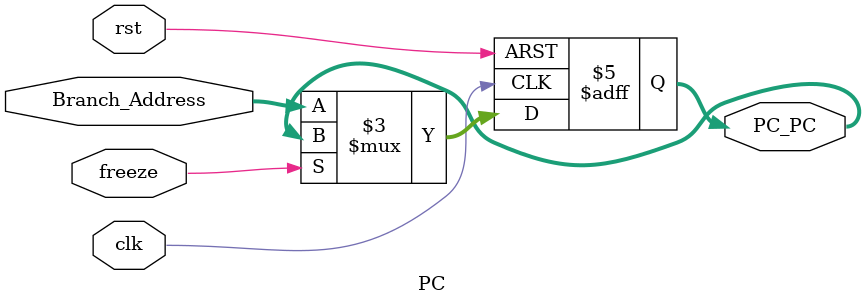
<source format=v>
module PC ( 
    input clk, rst, 
    input[31:0] Branch_Address, 
    input freeze, 
    output reg [31:0] PC_PC
);
  
    always @ (posedge clk, posedge rst) begin
        if (rst) 
            PC_PC <= 32'b0;
        else begin
            if(!freeze) PC_PC <= Branch_Address;
        end
    end

endmodule

</source>
